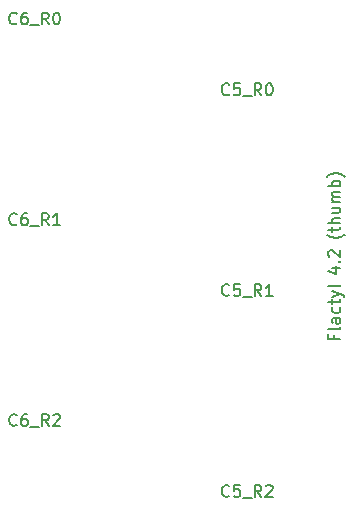
<source format=gbr>
%TF.GenerationSoftware,KiCad,Pcbnew,(7.0.0-0)*%
%TF.CreationDate,2023-06-08T17:13:50+08:00*%
%TF.ProjectId,thumb,7468756d-622e-46b6-9963-61645f706362,v1.0.0*%
%TF.SameCoordinates,Original*%
%TF.FileFunction,Legend,Top*%
%TF.FilePolarity,Positive*%
%FSLAX46Y46*%
G04 Gerber Fmt 4.6, Leading zero omitted, Abs format (unit mm)*
G04 Created by KiCad (PCBNEW (7.0.0-0)) date 2023-06-08 17:13:50*
%MOMM*%
%LPD*%
G01*
G04 APERTURE LIST*
%ADD10C,0.150000*%
G04 APERTURE END LIST*
D10*
%TO.C,JC1*%
%TO.C,T1*%
X25343571Y10304760D02*
X25343571Y9971427D01*
X25867380Y9971427D02*
X24867380Y9971427D01*
X24867380Y9971427D02*
X24867380Y10447617D01*
X25867380Y10971427D02*
X25819761Y10876189D01*
X25819761Y10876189D02*
X25724523Y10828570D01*
X25724523Y10828570D02*
X24867380Y10828570D01*
X25867380Y11780951D02*
X25343571Y11780951D01*
X25343571Y11780951D02*
X25248333Y11733332D01*
X25248333Y11733332D02*
X25200714Y11638094D01*
X25200714Y11638094D02*
X25200714Y11447618D01*
X25200714Y11447618D02*
X25248333Y11352380D01*
X25819761Y11780951D02*
X25867380Y11685713D01*
X25867380Y11685713D02*
X25867380Y11447618D01*
X25867380Y11447618D02*
X25819761Y11352380D01*
X25819761Y11352380D02*
X25724523Y11304761D01*
X25724523Y11304761D02*
X25629285Y11304761D01*
X25629285Y11304761D02*
X25534047Y11352380D01*
X25534047Y11352380D02*
X25486428Y11447618D01*
X25486428Y11447618D02*
X25486428Y11685713D01*
X25486428Y11685713D02*
X25438809Y11780951D01*
X25819761Y12685713D02*
X25867380Y12590475D01*
X25867380Y12590475D02*
X25867380Y12399999D01*
X25867380Y12399999D02*
X25819761Y12304761D01*
X25819761Y12304761D02*
X25772142Y12257142D01*
X25772142Y12257142D02*
X25676904Y12209523D01*
X25676904Y12209523D02*
X25391190Y12209523D01*
X25391190Y12209523D02*
X25295952Y12257142D01*
X25295952Y12257142D02*
X25248333Y12304761D01*
X25248333Y12304761D02*
X25200714Y12399999D01*
X25200714Y12399999D02*
X25200714Y12590475D01*
X25200714Y12590475D02*
X25248333Y12685713D01*
X25200714Y12971428D02*
X25200714Y13352380D01*
X24867380Y13114285D02*
X25724523Y13114285D01*
X25724523Y13114285D02*
X25819761Y13161904D01*
X25819761Y13161904D02*
X25867380Y13257142D01*
X25867380Y13257142D02*
X25867380Y13352380D01*
X25200714Y13590476D02*
X25867380Y13828571D01*
X25200714Y14066666D02*
X25867380Y13828571D01*
X25867380Y13828571D02*
X26105476Y13733333D01*
X26105476Y13733333D02*
X26153095Y13685714D01*
X26153095Y13685714D02*
X26200714Y13590476D01*
X25867380Y14590476D02*
X25819761Y14495238D01*
X25819761Y14495238D02*
X25724523Y14447619D01*
X25724523Y14447619D02*
X24867380Y14447619D01*
X25200714Y16000000D02*
X25867380Y16000000D01*
X24819761Y15761905D02*
X25534047Y15523810D01*
X25534047Y15523810D02*
X25534047Y16142857D01*
X25772142Y16523810D02*
X25819761Y16571429D01*
X25819761Y16571429D02*
X25867380Y16523810D01*
X25867380Y16523810D02*
X25819761Y16476191D01*
X25819761Y16476191D02*
X25772142Y16523810D01*
X25772142Y16523810D02*
X25867380Y16523810D01*
X24962619Y16952381D02*
X24915000Y17000000D01*
X24915000Y17000000D02*
X24867380Y17095238D01*
X24867380Y17095238D02*
X24867380Y17333333D01*
X24867380Y17333333D02*
X24915000Y17428571D01*
X24915000Y17428571D02*
X24962619Y17476190D01*
X24962619Y17476190D02*
X25057857Y17523809D01*
X25057857Y17523809D02*
X25153095Y17523809D01*
X25153095Y17523809D02*
X25295952Y17476190D01*
X25295952Y17476190D02*
X25867380Y16904762D01*
X25867380Y16904762D02*
X25867380Y17523809D01*
X26248333Y18838095D02*
X26200714Y18790476D01*
X26200714Y18790476D02*
X26057857Y18695238D01*
X26057857Y18695238D02*
X25962619Y18647619D01*
X25962619Y18647619D02*
X25819761Y18600000D01*
X25819761Y18600000D02*
X25581666Y18552381D01*
X25581666Y18552381D02*
X25391190Y18552381D01*
X25391190Y18552381D02*
X25153095Y18600000D01*
X25153095Y18600000D02*
X25010238Y18647619D01*
X25010238Y18647619D02*
X24915000Y18695238D01*
X24915000Y18695238D02*
X24772142Y18790476D01*
X24772142Y18790476D02*
X24724523Y18838095D01*
X25200714Y19076191D02*
X25200714Y19457143D01*
X24867380Y19219048D02*
X25724523Y19219048D01*
X25724523Y19219048D02*
X25819761Y19266667D01*
X25819761Y19266667D02*
X25867380Y19361905D01*
X25867380Y19361905D02*
X25867380Y19457143D01*
X25867380Y19790477D02*
X24867380Y19790477D01*
X25867380Y20219048D02*
X25343571Y20219048D01*
X25343571Y20219048D02*
X25248333Y20171429D01*
X25248333Y20171429D02*
X25200714Y20076191D01*
X25200714Y20076191D02*
X25200714Y19933334D01*
X25200714Y19933334D02*
X25248333Y19838096D01*
X25248333Y19838096D02*
X25295952Y19790477D01*
X25200714Y21123810D02*
X25867380Y21123810D01*
X25200714Y20695239D02*
X25724523Y20695239D01*
X25724523Y20695239D02*
X25819761Y20742858D01*
X25819761Y20742858D02*
X25867380Y20838096D01*
X25867380Y20838096D02*
X25867380Y20980953D01*
X25867380Y20980953D02*
X25819761Y21076191D01*
X25819761Y21076191D02*
X25772142Y21123810D01*
X25867380Y21600001D02*
X25200714Y21600001D01*
X25295952Y21600001D02*
X25248333Y21647620D01*
X25248333Y21647620D02*
X25200714Y21742858D01*
X25200714Y21742858D02*
X25200714Y21885715D01*
X25200714Y21885715D02*
X25248333Y21980953D01*
X25248333Y21980953D02*
X25343571Y22028572D01*
X25343571Y22028572D02*
X25867380Y22028572D01*
X25343571Y22028572D02*
X25248333Y22076191D01*
X25248333Y22076191D02*
X25200714Y22171429D01*
X25200714Y22171429D02*
X25200714Y22314286D01*
X25200714Y22314286D02*
X25248333Y22409525D01*
X25248333Y22409525D02*
X25343571Y22457144D01*
X25343571Y22457144D02*
X25867380Y22457144D01*
X25867380Y22933334D02*
X24867380Y22933334D01*
X25248333Y22933334D02*
X25200714Y23028572D01*
X25200714Y23028572D02*
X25200714Y23219048D01*
X25200714Y23219048D02*
X25248333Y23314286D01*
X25248333Y23314286D02*
X25295952Y23361905D01*
X25295952Y23361905D02*
X25391190Y23409524D01*
X25391190Y23409524D02*
X25676904Y23409524D01*
X25676904Y23409524D02*
X25772142Y23361905D01*
X25772142Y23361905D02*
X25819761Y23314286D01*
X25819761Y23314286D02*
X25867380Y23219048D01*
X25867380Y23219048D02*
X25867380Y23028572D01*
X25867380Y23028572D02*
X25819761Y22933334D01*
X26248333Y23742858D02*
X26200714Y23790477D01*
X26200714Y23790477D02*
X26057857Y23885715D01*
X26057857Y23885715D02*
X25962619Y23933334D01*
X25962619Y23933334D02*
X25819761Y23980953D01*
X25819761Y23980953D02*
X25581666Y24028572D01*
X25581666Y24028572D02*
X25391190Y24028572D01*
X25391190Y24028572D02*
X25153095Y23980953D01*
X25153095Y23980953D02*
X25010238Y23933334D01*
X25010238Y23933334D02*
X24915000Y23885715D01*
X24915000Y23885715D02*
X24772142Y23790477D01*
X24772142Y23790477D02*
X24724523Y23742858D01*
%TO.C,H1*%
%TO.C,H2*%
%TO.C,S1*%
X16476190Y30727857D02*
X16428571Y30680238D01*
X16428571Y30680238D02*
X16285714Y30632619D01*
X16285714Y30632619D02*
X16190476Y30632619D01*
X16190476Y30632619D02*
X16047619Y30680238D01*
X16047619Y30680238D02*
X15952381Y30775476D01*
X15952381Y30775476D02*
X15904762Y30870714D01*
X15904762Y30870714D02*
X15857143Y31061190D01*
X15857143Y31061190D02*
X15857143Y31204047D01*
X15857143Y31204047D02*
X15904762Y31394523D01*
X15904762Y31394523D02*
X15952381Y31489761D01*
X15952381Y31489761D02*
X16047619Y31585000D01*
X16047619Y31585000D02*
X16190476Y31632619D01*
X16190476Y31632619D02*
X16285714Y31632619D01*
X16285714Y31632619D02*
X16428571Y31585000D01*
X16428571Y31585000D02*
X16476190Y31537380D01*
X17380952Y31632619D02*
X16904762Y31632619D01*
X16904762Y31632619D02*
X16857143Y31156428D01*
X16857143Y31156428D02*
X16904762Y31204047D01*
X16904762Y31204047D02*
X17000000Y31251666D01*
X17000000Y31251666D02*
X17238095Y31251666D01*
X17238095Y31251666D02*
X17333333Y31204047D01*
X17333333Y31204047D02*
X17380952Y31156428D01*
X17380952Y31156428D02*
X17428571Y31061190D01*
X17428571Y31061190D02*
X17428571Y30823095D01*
X17428571Y30823095D02*
X17380952Y30727857D01*
X17380952Y30727857D02*
X17333333Y30680238D01*
X17333333Y30680238D02*
X17238095Y30632619D01*
X17238095Y30632619D02*
X17000000Y30632619D01*
X17000000Y30632619D02*
X16904762Y30680238D01*
X16904762Y30680238D02*
X16857143Y30727857D01*
X17619048Y30537380D02*
X18380952Y30537380D01*
X19190476Y30632619D02*
X18857143Y31108809D01*
X18619048Y30632619D02*
X18619048Y31632619D01*
X18619048Y31632619D02*
X19000000Y31632619D01*
X19000000Y31632619D02*
X19095238Y31585000D01*
X19095238Y31585000D02*
X19142857Y31537380D01*
X19142857Y31537380D02*
X19190476Y31442142D01*
X19190476Y31442142D02*
X19190476Y31299285D01*
X19190476Y31299285D02*
X19142857Y31204047D01*
X19142857Y31204047D02*
X19095238Y31156428D01*
X19095238Y31156428D02*
X19000000Y31108809D01*
X19000000Y31108809D02*
X18619048Y31108809D01*
X19809524Y31632619D02*
X19904762Y31632619D01*
X19904762Y31632619D02*
X20000000Y31585000D01*
X20000000Y31585000D02*
X20047619Y31537380D01*
X20047619Y31537380D02*
X20095238Y31442142D01*
X20095238Y31442142D02*
X20142857Y31251666D01*
X20142857Y31251666D02*
X20142857Y31013571D01*
X20142857Y31013571D02*
X20095238Y30823095D01*
X20095238Y30823095D02*
X20047619Y30727857D01*
X20047619Y30727857D02*
X20000000Y30680238D01*
X20000000Y30680238D02*
X19904762Y30632619D01*
X19904762Y30632619D02*
X19809524Y30632619D01*
X19809524Y30632619D02*
X19714286Y30680238D01*
X19714286Y30680238D02*
X19666667Y30727857D01*
X19666667Y30727857D02*
X19619048Y30823095D01*
X19619048Y30823095D02*
X19571429Y31013571D01*
X19571429Y31013571D02*
X19571429Y31251666D01*
X19571429Y31251666D02*
X19619048Y31442142D01*
X19619048Y31442142D02*
X19666667Y31537380D01*
X19666667Y31537380D02*
X19714286Y31585000D01*
X19714286Y31585000D02*
X19809524Y31632619D01*
%TO.C,S2*%
X16476190Y13727857D02*
X16428571Y13680238D01*
X16428571Y13680238D02*
X16285714Y13632619D01*
X16285714Y13632619D02*
X16190476Y13632619D01*
X16190476Y13632619D02*
X16047619Y13680238D01*
X16047619Y13680238D02*
X15952381Y13775476D01*
X15952381Y13775476D02*
X15904762Y13870714D01*
X15904762Y13870714D02*
X15857143Y14061190D01*
X15857143Y14061190D02*
X15857143Y14204047D01*
X15857143Y14204047D02*
X15904762Y14394523D01*
X15904762Y14394523D02*
X15952381Y14489761D01*
X15952381Y14489761D02*
X16047619Y14585000D01*
X16047619Y14585000D02*
X16190476Y14632619D01*
X16190476Y14632619D02*
X16285714Y14632619D01*
X16285714Y14632619D02*
X16428571Y14585000D01*
X16428571Y14585000D02*
X16476190Y14537380D01*
X17380952Y14632619D02*
X16904762Y14632619D01*
X16904762Y14632619D02*
X16857143Y14156428D01*
X16857143Y14156428D02*
X16904762Y14204047D01*
X16904762Y14204047D02*
X17000000Y14251666D01*
X17000000Y14251666D02*
X17238095Y14251666D01*
X17238095Y14251666D02*
X17333333Y14204047D01*
X17333333Y14204047D02*
X17380952Y14156428D01*
X17380952Y14156428D02*
X17428571Y14061190D01*
X17428571Y14061190D02*
X17428571Y13823095D01*
X17428571Y13823095D02*
X17380952Y13727857D01*
X17380952Y13727857D02*
X17333333Y13680238D01*
X17333333Y13680238D02*
X17238095Y13632619D01*
X17238095Y13632619D02*
X17000000Y13632619D01*
X17000000Y13632619D02*
X16904762Y13680238D01*
X16904762Y13680238D02*
X16857143Y13727857D01*
X17619048Y13537380D02*
X18380952Y13537380D01*
X19190476Y13632619D02*
X18857143Y14108809D01*
X18619048Y13632619D02*
X18619048Y14632619D01*
X18619048Y14632619D02*
X19000000Y14632619D01*
X19000000Y14632619D02*
X19095238Y14585000D01*
X19095238Y14585000D02*
X19142857Y14537380D01*
X19142857Y14537380D02*
X19190476Y14442142D01*
X19190476Y14442142D02*
X19190476Y14299285D01*
X19190476Y14299285D02*
X19142857Y14204047D01*
X19142857Y14204047D02*
X19095238Y14156428D01*
X19095238Y14156428D02*
X19000000Y14108809D01*
X19000000Y14108809D02*
X18619048Y14108809D01*
X20142857Y13632619D02*
X19571429Y13632619D01*
X19857143Y13632619D02*
X19857143Y14632619D01*
X19857143Y14632619D02*
X19761905Y14489761D01*
X19761905Y14489761D02*
X19666667Y14394523D01*
X19666667Y14394523D02*
X19571429Y14346904D01*
%TO.C,S3*%
X16476190Y-3272142D02*
X16428571Y-3319761D01*
X16428571Y-3319761D02*
X16285714Y-3367380D01*
X16285714Y-3367380D02*
X16190476Y-3367380D01*
X16190476Y-3367380D02*
X16047619Y-3319761D01*
X16047619Y-3319761D02*
X15952381Y-3224523D01*
X15952381Y-3224523D02*
X15904762Y-3129285D01*
X15904762Y-3129285D02*
X15857143Y-2938809D01*
X15857143Y-2938809D02*
X15857143Y-2795952D01*
X15857143Y-2795952D02*
X15904762Y-2605476D01*
X15904762Y-2605476D02*
X15952381Y-2510238D01*
X15952381Y-2510238D02*
X16047619Y-2415000D01*
X16047619Y-2415000D02*
X16190476Y-2367380D01*
X16190476Y-2367380D02*
X16285714Y-2367380D01*
X16285714Y-2367380D02*
X16428571Y-2415000D01*
X16428571Y-2415000D02*
X16476190Y-2462619D01*
X17380952Y-2367380D02*
X16904762Y-2367380D01*
X16904762Y-2367380D02*
X16857143Y-2843571D01*
X16857143Y-2843571D02*
X16904762Y-2795952D01*
X16904762Y-2795952D02*
X17000000Y-2748333D01*
X17000000Y-2748333D02*
X17238095Y-2748333D01*
X17238095Y-2748333D02*
X17333333Y-2795952D01*
X17333333Y-2795952D02*
X17380952Y-2843571D01*
X17380952Y-2843571D02*
X17428571Y-2938809D01*
X17428571Y-2938809D02*
X17428571Y-3176904D01*
X17428571Y-3176904D02*
X17380952Y-3272142D01*
X17380952Y-3272142D02*
X17333333Y-3319761D01*
X17333333Y-3319761D02*
X17238095Y-3367380D01*
X17238095Y-3367380D02*
X17000000Y-3367380D01*
X17000000Y-3367380D02*
X16904762Y-3319761D01*
X16904762Y-3319761D02*
X16857143Y-3272142D01*
X17619048Y-3462619D02*
X18380952Y-3462619D01*
X19190476Y-3367380D02*
X18857143Y-2891190D01*
X18619048Y-3367380D02*
X18619048Y-2367380D01*
X18619048Y-2367380D02*
X19000000Y-2367380D01*
X19000000Y-2367380D02*
X19095238Y-2415000D01*
X19095238Y-2415000D02*
X19142857Y-2462619D01*
X19142857Y-2462619D02*
X19190476Y-2557857D01*
X19190476Y-2557857D02*
X19190476Y-2700714D01*
X19190476Y-2700714D02*
X19142857Y-2795952D01*
X19142857Y-2795952D02*
X19095238Y-2843571D01*
X19095238Y-2843571D02*
X19000000Y-2891190D01*
X19000000Y-2891190D02*
X18619048Y-2891190D01*
X19571429Y-2462619D02*
X19619048Y-2415000D01*
X19619048Y-2415000D02*
X19714286Y-2367380D01*
X19714286Y-2367380D02*
X19952381Y-2367380D01*
X19952381Y-2367380D02*
X20047619Y-2415000D01*
X20047619Y-2415000D02*
X20095238Y-2462619D01*
X20095238Y-2462619D02*
X20142857Y-2557857D01*
X20142857Y-2557857D02*
X20142857Y-2653095D01*
X20142857Y-2653095D02*
X20095238Y-2795952D01*
X20095238Y-2795952D02*
X19523810Y-3367380D01*
X19523810Y-3367380D02*
X20142857Y-3367380D01*
%TO.C,S4*%
X-1523809Y36727857D02*
X-1571428Y36680238D01*
X-1571428Y36680238D02*
X-1714285Y36632619D01*
X-1714285Y36632619D02*
X-1809523Y36632619D01*
X-1809523Y36632619D02*
X-1952380Y36680238D01*
X-1952380Y36680238D02*
X-2047618Y36775476D01*
X-2047618Y36775476D02*
X-2095237Y36870714D01*
X-2095237Y36870714D02*
X-2142856Y37061190D01*
X-2142856Y37061190D02*
X-2142856Y37204047D01*
X-2142856Y37204047D02*
X-2095237Y37394523D01*
X-2095237Y37394523D02*
X-2047618Y37489761D01*
X-2047618Y37489761D02*
X-1952380Y37585000D01*
X-1952380Y37585000D02*
X-1809523Y37632619D01*
X-1809523Y37632619D02*
X-1714285Y37632619D01*
X-1714285Y37632619D02*
X-1571428Y37585000D01*
X-1571428Y37585000D02*
X-1523809Y37537380D01*
X-666666Y37632619D02*
X-857142Y37632619D01*
X-857142Y37632619D02*
X-952380Y37585000D01*
X-952380Y37585000D02*
X-999999Y37537380D01*
X-999999Y37537380D02*
X-1095237Y37394523D01*
X-1095237Y37394523D02*
X-1142856Y37204047D01*
X-1142856Y37204047D02*
X-1142856Y36823095D01*
X-1142856Y36823095D02*
X-1095237Y36727857D01*
X-1095237Y36727857D02*
X-1047618Y36680238D01*
X-1047618Y36680238D02*
X-952380Y36632619D01*
X-952380Y36632619D02*
X-761904Y36632619D01*
X-761904Y36632619D02*
X-666666Y36680238D01*
X-666666Y36680238D02*
X-619047Y36727857D01*
X-619047Y36727857D02*
X-571428Y36823095D01*
X-571428Y36823095D02*
X-571428Y37061190D01*
X-571428Y37061190D02*
X-619047Y37156428D01*
X-619047Y37156428D02*
X-666666Y37204047D01*
X-666666Y37204047D02*
X-761904Y37251666D01*
X-761904Y37251666D02*
X-952380Y37251666D01*
X-952380Y37251666D02*
X-1047618Y37204047D01*
X-1047618Y37204047D02*
X-1095237Y37156428D01*
X-1095237Y37156428D02*
X-1142856Y37061190D01*
X-380952Y36537380D02*
X380952Y36537380D01*
X1190476Y36632619D02*
X857143Y37108809D01*
X619048Y36632619D02*
X619048Y37632619D01*
X619048Y37632619D02*
X1000000Y37632619D01*
X1000000Y37632619D02*
X1095238Y37585000D01*
X1095238Y37585000D02*
X1142857Y37537380D01*
X1142857Y37537380D02*
X1190476Y37442142D01*
X1190476Y37442142D02*
X1190476Y37299285D01*
X1190476Y37299285D02*
X1142857Y37204047D01*
X1142857Y37204047D02*
X1095238Y37156428D01*
X1095238Y37156428D02*
X1000000Y37108809D01*
X1000000Y37108809D02*
X619048Y37108809D01*
X1809524Y37632619D02*
X1904762Y37632619D01*
X1904762Y37632619D02*
X2000000Y37585000D01*
X2000000Y37585000D02*
X2047619Y37537380D01*
X2047619Y37537380D02*
X2095238Y37442142D01*
X2095238Y37442142D02*
X2142857Y37251666D01*
X2142857Y37251666D02*
X2142857Y37013571D01*
X2142857Y37013571D02*
X2095238Y36823095D01*
X2095238Y36823095D02*
X2047619Y36727857D01*
X2047619Y36727857D02*
X2000000Y36680238D01*
X2000000Y36680238D02*
X1904762Y36632619D01*
X1904762Y36632619D02*
X1809524Y36632619D01*
X1809524Y36632619D02*
X1714286Y36680238D01*
X1714286Y36680238D02*
X1666667Y36727857D01*
X1666667Y36727857D02*
X1619048Y36823095D01*
X1619048Y36823095D02*
X1571429Y37013571D01*
X1571429Y37013571D02*
X1571429Y37251666D01*
X1571429Y37251666D02*
X1619048Y37442142D01*
X1619048Y37442142D02*
X1666667Y37537380D01*
X1666667Y37537380D02*
X1714286Y37585000D01*
X1714286Y37585000D02*
X1809524Y37632619D01*
%TO.C,S5*%
X-1523809Y19727857D02*
X-1571428Y19680238D01*
X-1571428Y19680238D02*
X-1714285Y19632619D01*
X-1714285Y19632619D02*
X-1809523Y19632619D01*
X-1809523Y19632619D02*
X-1952380Y19680238D01*
X-1952380Y19680238D02*
X-2047618Y19775476D01*
X-2047618Y19775476D02*
X-2095237Y19870714D01*
X-2095237Y19870714D02*
X-2142856Y20061190D01*
X-2142856Y20061190D02*
X-2142856Y20204047D01*
X-2142856Y20204047D02*
X-2095237Y20394523D01*
X-2095237Y20394523D02*
X-2047618Y20489761D01*
X-2047618Y20489761D02*
X-1952380Y20585000D01*
X-1952380Y20585000D02*
X-1809523Y20632619D01*
X-1809523Y20632619D02*
X-1714285Y20632619D01*
X-1714285Y20632619D02*
X-1571428Y20585000D01*
X-1571428Y20585000D02*
X-1523809Y20537380D01*
X-666666Y20632619D02*
X-857142Y20632619D01*
X-857142Y20632619D02*
X-952380Y20585000D01*
X-952380Y20585000D02*
X-999999Y20537380D01*
X-999999Y20537380D02*
X-1095237Y20394523D01*
X-1095237Y20394523D02*
X-1142856Y20204047D01*
X-1142856Y20204047D02*
X-1142856Y19823095D01*
X-1142856Y19823095D02*
X-1095237Y19727857D01*
X-1095237Y19727857D02*
X-1047618Y19680238D01*
X-1047618Y19680238D02*
X-952380Y19632619D01*
X-952380Y19632619D02*
X-761904Y19632619D01*
X-761904Y19632619D02*
X-666666Y19680238D01*
X-666666Y19680238D02*
X-619047Y19727857D01*
X-619047Y19727857D02*
X-571428Y19823095D01*
X-571428Y19823095D02*
X-571428Y20061190D01*
X-571428Y20061190D02*
X-619047Y20156428D01*
X-619047Y20156428D02*
X-666666Y20204047D01*
X-666666Y20204047D02*
X-761904Y20251666D01*
X-761904Y20251666D02*
X-952380Y20251666D01*
X-952380Y20251666D02*
X-1047618Y20204047D01*
X-1047618Y20204047D02*
X-1095237Y20156428D01*
X-1095237Y20156428D02*
X-1142856Y20061190D01*
X-380952Y19537380D02*
X380952Y19537380D01*
X1190476Y19632619D02*
X857143Y20108809D01*
X619048Y19632619D02*
X619048Y20632619D01*
X619048Y20632619D02*
X1000000Y20632619D01*
X1000000Y20632619D02*
X1095238Y20585000D01*
X1095238Y20585000D02*
X1142857Y20537380D01*
X1142857Y20537380D02*
X1190476Y20442142D01*
X1190476Y20442142D02*
X1190476Y20299285D01*
X1190476Y20299285D02*
X1142857Y20204047D01*
X1142857Y20204047D02*
X1095238Y20156428D01*
X1095238Y20156428D02*
X1000000Y20108809D01*
X1000000Y20108809D02*
X619048Y20108809D01*
X2142857Y19632619D02*
X1571429Y19632619D01*
X1857143Y19632619D02*
X1857143Y20632619D01*
X1857143Y20632619D02*
X1761905Y20489761D01*
X1761905Y20489761D02*
X1666667Y20394523D01*
X1666667Y20394523D02*
X1571429Y20346904D01*
%TO.C,S6*%
X-1523809Y2727857D02*
X-1571428Y2680238D01*
X-1571428Y2680238D02*
X-1714285Y2632619D01*
X-1714285Y2632619D02*
X-1809523Y2632619D01*
X-1809523Y2632619D02*
X-1952380Y2680238D01*
X-1952380Y2680238D02*
X-2047618Y2775476D01*
X-2047618Y2775476D02*
X-2095237Y2870714D01*
X-2095237Y2870714D02*
X-2142856Y3061190D01*
X-2142856Y3061190D02*
X-2142856Y3204047D01*
X-2142856Y3204047D02*
X-2095237Y3394523D01*
X-2095237Y3394523D02*
X-2047618Y3489761D01*
X-2047618Y3489761D02*
X-1952380Y3585000D01*
X-1952380Y3585000D02*
X-1809523Y3632619D01*
X-1809523Y3632619D02*
X-1714285Y3632619D01*
X-1714285Y3632619D02*
X-1571428Y3585000D01*
X-1571428Y3585000D02*
X-1523809Y3537380D01*
X-666666Y3632619D02*
X-857142Y3632619D01*
X-857142Y3632619D02*
X-952380Y3585000D01*
X-952380Y3585000D02*
X-999999Y3537380D01*
X-999999Y3537380D02*
X-1095237Y3394523D01*
X-1095237Y3394523D02*
X-1142856Y3204047D01*
X-1142856Y3204047D02*
X-1142856Y2823095D01*
X-1142856Y2823095D02*
X-1095237Y2727857D01*
X-1095237Y2727857D02*
X-1047618Y2680238D01*
X-1047618Y2680238D02*
X-952380Y2632619D01*
X-952380Y2632619D02*
X-761904Y2632619D01*
X-761904Y2632619D02*
X-666666Y2680238D01*
X-666666Y2680238D02*
X-619047Y2727857D01*
X-619047Y2727857D02*
X-571428Y2823095D01*
X-571428Y2823095D02*
X-571428Y3061190D01*
X-571428Y3061190D02*
X-619047Y3156428D01*
X-619047Y3156428D02*
X-666666Y3204047D01*
X-666666Y3204047D02*
X-761904Y3251666D01*
X-761904Y3251666D02*
X-952380Y3251666D01*
X-952380Y3251666D02*
X-1047618Y3204047D01*
X-1047618Y3204047D02*
X-1095237Y3156428D01*
X-1095237Y3156428D02*
X-1142856Y3061190D01*
X-380952Y2537380D02*
X380952Y2537380D01*
X1190476Y2632619D02*
X857143Y3108809D01*
X619048Y2632619D02*
X619048Y3632619D01*
X619048Y3632619D02*
X1000000Y3632619D01*
X1000000Y3632619D02*
X1095238Y3585000D01*
X1095238Y3585000D02*
X1142857Y3537380D01*
X1142857Y3537380D02*
X1190476Y3442142D01*
X1190476Y3442142D02*
X1190476Y3299285D01*
X1190476Y3299285D02*
X1142857Y3204047D01*
X1142857Y3204047D02*
X1095238Y3156428D01*
X1095238Y3156428D02*
X1000000Y3108809D01*
X1000000Y3108809D02*
X619048Y3108809D01*
X1571429Y3537380D02*
X1619048Y3585000D01*
X1619048Y3585000D02*
X1714286Y3632619D01*
X1714286Y3632619D02*
X1952381Y3632619D01*
X1952381Y3632619D02*
X2047619Y3585000D01*
X2047619Y3585000D02*
X2095238Y3537380D01*
X2095238Y3537380D02*
X2142857Y3442142D01*
X2142857Y3442142D02*
X2142857Y3346904D01*
X2142857Y3346904D02*
X2095238Y3204047D01*
X2095238Y3204047D02*
X1523810Y2632619D01*
X1523810Y2632619D02*
X2142857Y2632619D01*
%TD*%
M02*

</source>
